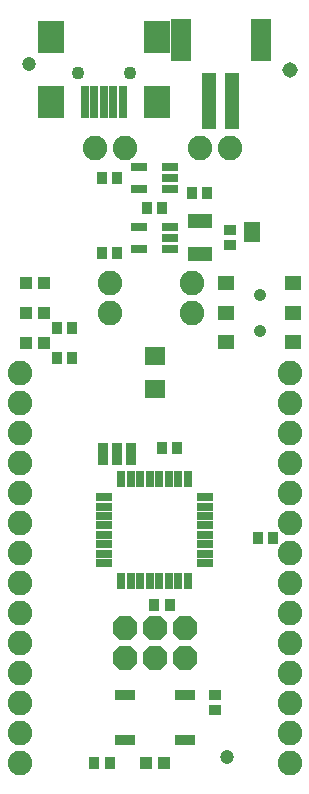
<source format=gbr>
G04 EAGLE Gerber RS-274X export*
G75*
%MOMM*%
%FSLAX34Y34*%
%LPD*%
%INSoldermask Top*%
%IPPOS*%
%AMOC8*
5,1,8,0,0,1.08239X$1,22.5*%
G01*
%ADD10R,0.762000X1.473200*%
%ADD11R,1.473200X0.762000*%
%ADD12R,0.903200X1.103200*%
%ADD13P,2.254402X8X22.500000*%
%ADD14R,1.003200X1.003200*%
%ADD15R,1.103200X0.903200*%
%ADD16R,0.903200X1.903200*%
%ADD17C,2.082800*%
%ADD18R,1.403200X0.753200*%
%ADD19R,0.703200X2.703200*%
%ADD20R,2.203200X2.703200*%
%ADD21C,1.103200*%
%ADD22R,2.003200X1.203200*%
%ADD23R,1.803200X1.603200*%
%ADD24R,1.727200X0.965200*%
%ADD25R,1.203200X4.803200*%
%ADD26R,1.803200X3.603200*%
%ADD27R,1.353200X1.203200*%
%ADD28C,1.053200*%
%ADD29R,1.473200X0.838200*%
%ADD30C,1.203200*%
%ADD31C,1.311200*%


D10*
X154900Y252576D03*
X146900Y252576D03*
X138900Y252576D03*
X130900Y252576D03*
X122900Y252576D03*
X114900Y252576D03*
X106900Y252576D03*
X98900Y252576D03*
D11*
X83974Y237650D03*
X83974Y229650D03*
X83974Y221650D03*
X83974Y213650D03*
X83974Y205650D03*
X83974Y197650D03*
X83974Y189650D03*
X83974Y181650D03*
D10*
X98900Y166724D03*
X106900Y166724D03*
X114900Y166724D03*
X122900Y166724D03*
X130900Y166724D03*
X138900Y166724D03*
X146900Y166724D03*
X154900Y166724D03*
D11*
X169826Y181650D03*
X169826Y189650D03*
X169826Y197650D03*
X169826Y205650D03*
X169826Y213650D03*
X169826Y221650D03*
X169826Y229650D03*
X169826Y237650D03*
D12*
X133200Y279400D03*
X146200Y279400D03*
D13*
X101600Y101600D03*
X101600Y127000D03*
X127000Y101600D03*
X127000Y127000D03*
X152400Y101600D03*
X152400Y127000D03*
D12*
X44300Y355600D03*
X57300Y355600D03*
D14*
X17900Y368300D03*
X32900Y368300D03*
D12*
X44300Y381000D03*
X57300Y381000D03*
D14*
X17900Y393700D03*
X32900Y393700D03*
D12*
X76050Y12700D03*
X89050Y12700D03*
D15*
X177800Y70000D03*
X177800Y57000D03*
D16*
X83250Y274320D03*
X95250Y274320D03*
X107250Y274320D03*
D14*
X134500Y12700D03*
X119500Y12700D03*
D12*
X126850Y146050D03*
X139850Y146050D03*
D17*
X12700Y342900D03*
X12700Y317500D03*
X12700Y292100D03*
X12700Y266700D03*
X12700Y241300D03*
X12700Y215900D03*
X12700Y190500D03*
X12700Y165100D03*
X12700Y139700D03*
X12700Y114300D03*
X12700Y88900D03*
X12700Y63500D03*
X12700Y38100D03*
X12700Y12700D03*
D15*
X190500Y450700D03*
X190500Y463700D03*
D18*
X140001Y447700D03*
X140001Y457200D03*
X140001Y466700D03*
X113999Y466700D03*
X113999Y447700D03*
D12*
X95400Y508000D03*
X82400Y508000D03*
X158600Y495300D03*
X171600Y495300D03*
D14*
X32900Y419100D03*
X17900Y419100D03*
D12*
X95400Y444500D03*
X82400Y444500D03*
D19*
X83820Y571900D03*
X91820Y571900D03*
X67820Y571900D03*
X75820Y571900D03*
D20*
X38820Y626900D03*
X128820Y626900D03*
X38820Y571900D03*
X128820Y571900D03*
D19*
X99820Y571900D03*
D21*
X105820Y596900D03*
X61820Y596900D03*
D22*
X165100Y471200D03*
X165100Y443200D03*
D23*
X127000Y328900D03*
X127000Y356900D03*
D24*
X152400Y31750D03*
X101600Y31750D03*
X152400Y69850D03*
X101600Y69850D03*
D25*
X172880Y572600D03*
X192880Y572600D03*
D26*
X148880Y624600D03*
X216880Y624600D03*
D17*
X241300Y342900D03*
X241300Y317500D03*
X241300Y292100D03*
X241300Y266700D03*
X241300Y241300D03*
X241300Y215900D03*
X241300Y190500D03*
X241300Y165100D03*
X241300Y139700D03*
X241300Y114300D03*
X241300Y88900D03*
X241300Y63500D03*
X241300Y38100D03*
X241300Y12700D03*
D27*
X187650Y418700D03*
X187650Y393700D03*
X187650Y368700D03*
X244150Y418700D03*
X244150Y393700D03*
X244150Y368700D03*
D28*
X215900Y408700D03*
X215900Y378700D03*
D12*
X227480Y203200D03*
X214480Y203200D03*
D29*
X209550Y466399D03*
X209550Y458161D03*
D17*
X165100Y533400D03*
X190500Y533400D03*
X76200Y533400D03*
X101600Y533400D03*
D30*
X187960Y17780D03*
X20320Y604520D03*
D17*
X158750Y393700D03*
X158750Y419100D03*
X88900Y419100D03*
X88900Y393700D03*
D18*
X140001Y498500D03*
X140001Y508000D03*
X140001Y517500D03*
X113999Y517500D03*
X113999Y498500D03*
D12*
X120500Y482600D03*
X133500Y482600D03*
D31*
X241300Y599440D03*
M02*

</source>
